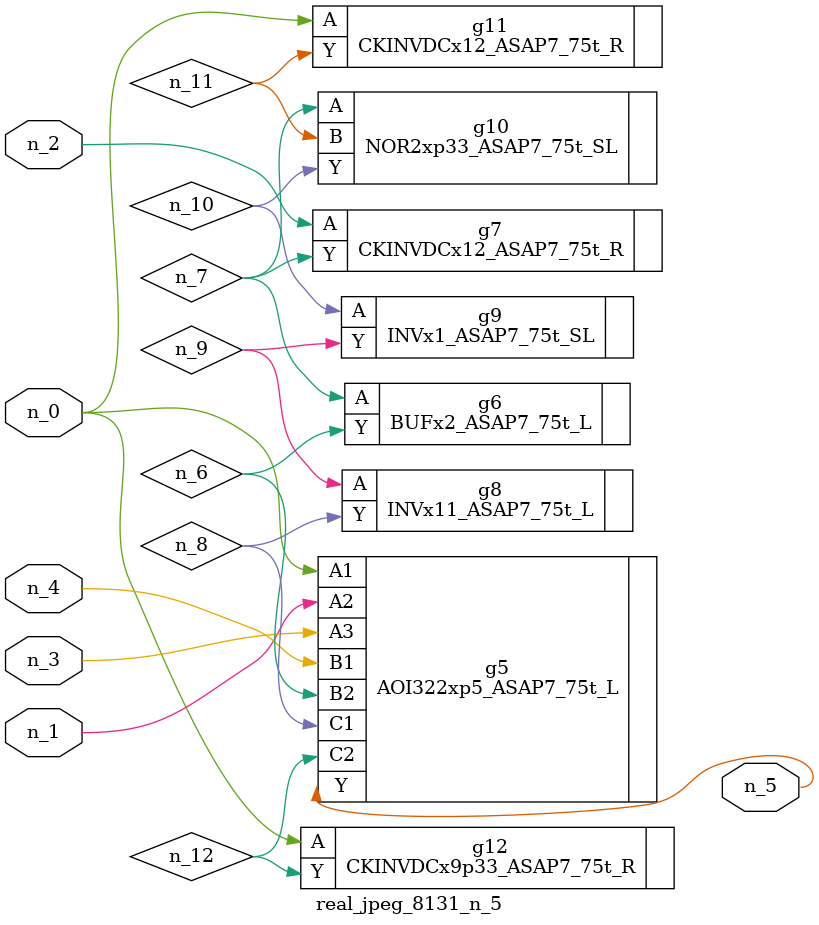
<source format=v>
module real_jpeg_8131_n_5 (n_4, n_0, n_1, n_2, n_3, n_5);

input n_4;
input n_0;
input n_1;
input n_2;
input n_3;

output n_5;

wire n_12;
wire n_8;
wire n_11;
wire n_6;
wire n_7;
wire n_10;
wire n_9;

AOI322xp5_ASAP7_75t_L g5 ( 
.A1(n_0),
.A2(n_1),
.A3(n_3),
.B1(n_4),
.B2(n_6),
.C1(n_8),
.C2(n_12),
.Y(n_5)
);

CKINVDCx12_ASAP7_75t_R g11 ( 
.A(n_0),
.Y(n_11)
);

CKINVDCx9p33_ASAP7_75t_R g12 ( 
.A(n_0),
.Y(n_12)
);

CKINVDCx12_ASAP7_75t_R g7 ( 
.A(n_2),
.Y(n_7)
);

BUFx2_ASAP7_75t_L g6 ( 
.A(n_7),
.Y(n_6)
);

NOR2xp33_ASAP7_75t_SL g10 ( 
.A(n_7),
.B(n_11),
.Y(n_10)
);

INVx11_ASAP7_75t_L g8 ( 
.A(n_9),
.Y(n_8)
);

INVx1_ASAP7_75t_SL g9 ( 
.A(n_10),
.Y(n_9)
);


endmodule
</source>
